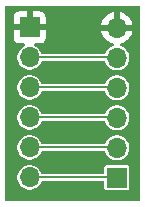
<source format=gbr>
%TF.GenerationSoftware,KiCad,Pcbnew,9.0.4-9.0.4-0~ubuntu22.04.1*%
%TF.CreationDate,2025-11-02T18:02:29+01:00*%
%TF.ProjectId,platine_sensor,706c6174-696e-4655-9f73-656e736f722e,rev?*%
%TF.SameCoordinates,Original*%
%TF.FileFunction,Copper,L2,Bot*%
%TF.FilePolarity,Positive*%
%FSLAX46Y46*%
G04 Gerber Fmt 4.6, Leading zero omitted, Abs format (unit mm)*
G04 Created by KiCad (PCBNEW 9.0.4-9.0.4-0~ubuntu22.04.1) date 2025-11-02 18:02:29*
%MOMM*%
%LPD*%
G01*
G04 APERTURE LIST*
%TA.AperFunction,ComponentPad*%
%ADD10R,1.700000X1.700000*%
%TD*%
%TA.AperFunction,ComponentPad*%
%ADD11O,1.700000X1.700000*%
%TD*%
%TA.AperFunction,Conductor*%
%ADD12C,0.200000*%
%TD*%
G04 APERTURE END LIST*
D10*
%TO.P,J2,1,Pin_1*%
%TO.N,Net-(J1-Pin_6)*%
X136000000Y-90540000D03*
D11*
%TO.P,J2,2,Pin_2*%
%TO.N,Net-(J1-Pin_5)*%
X136000000Y-88000000D03*
%TO.P,J2,3,Pin_3*%
%TO.N,Net-(J1-Pin_4)*%
X136000000Y-85460000D03*
%TO.P,J2,4,Pin_4*%
%TO.N,Net-(J1-Pin_3)*%
X136000000Y-82920000D03*
%TO.P,J2,5,Pin_5*%
%TO.N,Net-(J1-Pin_2)*%
X136000000Y-80380000D03*
%TO.P,J2,6,Pin_6*%
%TO.N,GND*%
X136000000Y-77840000D03*
%TD*%
D10*
%TO.P,J1,1,Pin_1*%
%TO.N,GND*%
X128615172Y-77814608D03*
D11*
%TO.P,J1,2,Pin_2*%
%TO.N,Net-(J1-Pin_2)*%
X128615172Y-80354608D03*
%TO.P,J1,3,Pin_3*%
%TO.N,Net-(J1-Pin_3)*%
X128615172Y-82894608D03*
%TO.P,J1,4,Pin_4*%
%TO.N,Net-(J1-Pin_4)*%
X128615172Y-85434608D03*
%TO.P,J1,5,Pin_5*%
%TO.N,Net-(J1-Pin_5)*%
X128615172Y-87974608D03*
%TO.P,J1,6,Pin_6*%
%TO.N,Net-(J1-Pin_6)*%
X128615172Y-90514608D03*
%TD*%
D12*
%TO.N,Net-(J1-Pin_6)*%
X128615172Y-90514608D02*
X135974608Y-90514608D01*
X135974608Y-90514608D02*
X136000000Y-90540000D01*
%TO.N,Net-(J1-Pin_5)*%
X128615172Y-87974608D02*
X135974608Y-87974608D01*
X135974608Y-87974608D02*
X136000000Y-88000000D01*
%TO.N,Net-(J1-Pin_4)*%
X128615172Y-85434608D02*
X135974608Y-85434608D01*
X135974608Y-85434608D02*
X136000000Y-85460000D01*
%TO.N,Net-(J1-Pin_3)*%
X128615172Y-82894608D02*
X135974608Y-82894608D01*
X135974608Y-82894608D02*
X136000000Y-82920000D01*
%TO.N,Net-(J1-Pin_2)*%
X128615172Y-80354608D02*
X135974608Y-80354608D01*
X135974608Y-80354608D02*
X136000000Y-80380000D01*
%TO.N,GND*%
X135974608Y-77814608D02*
X136000000Y-77840000D01*
%TD*%
%TA.AperFunction,Conductor*%
%TO.N,GND*%
G36*
X137942539Y-76020185D02*
G01*
X137988294Y-76072989D01*
X137999500Y-76124500D01*
X137999500Y-92375500D01*
X137979815Y-92442539D01*
X137927011Y-92488294D01*
X137875500Y-92499500D01*
X126624500Y-92499500D01*
X126557461Y-92479815D01*
X126511706Y-92427011D01*
X126500500Y-92375500D01*
X126500500Y-90411138D01*
X127564672Y-90411138D01*
X127564672Y-90618077D01*
X127605040Y-90821020D01*
X127605042Y-90821028D01*
X127684230Y-91012204D01*
X127799196Y-91184265D01*
X127945514Y-91330583D01*
X127945517Y-91330585D01*
X128117574Y-91445549D01*
X128308752Y-91524738D01*
X128511702Y-91565107D01*
X128511706Y-91565108D01*
X128511707Y-91565108D01*
X128718638Y-91565108D01*
X128718639Y-91565107D01*
X128921592Y-91524738D01*
X129112770Y-91445549D01*
X129284827Y-91330585D01*
X129431149Y-91184263D01*
X129546113Y-91012206D01*
X129596047Y-90891654D01*
X129639888Y-90837252D01*
X129706182Y-90815187D01*
X129710608Y-90815108D01*
X134825500Y-90815108D01*
X134892539Y-90834793D01*
X134938294Y-90887597D01*
X134949500Y-90939108D01*
X134949500Y-91409752D01*
X134961131Y-91468229D01*
X134961132Y-91468230D01*
X135005447Y-91534552D01*
X135071769Y-91578867D01*
X135071770Y-91578868D01*
X135130247Y-91590499D01*
X135130250Y-91590500D01*
X135130252Y-91590500D01*
X136869750Y-91590500D01*
X136869751Y-91590499D01*
X136884568Y-91587552D01*
X136928229Y-91578868D01*
X136928229Y-91578867D01*
X136928231Y-91578867D01*
X136994552Y-91534552D01*
X137038867Y-91468231D01*
X137038867Y-91468229D01*
X137038868Y-91468229D01*
X137050499Y-91409752D01*
X137050500Y-91409750D01*
X137050500Y-89670249D01*
X137050499Y-89670247D01*
X137038868Y-89611770D01*
X137038867Y-89611769D01*
X136994552Y-89545447D01*
X136928230Y-89501132D01*
X136928229Y-89501131D01*
X136869752Y-89489500D01*
X136869748Y-89489500D01*
X135130252Y-89489500D01*
X135130247Y-89489500D01*
X135071770Y-89501131D01*
X135071769Y-89501132D01*
X135005447Y-89545447D01*
X134961132Y-89611769D01*
X134961131Y-89611770D01*
X134949500Y-89670247D01*
X134949500Y-90090108D01*
X134929815Y-90157147D01*
X134877011Y-90202902D01*
X134825500Y-90214108D01*
X129710608Y-90214108D01*
X129643569Y-90194423D01*
X129597814Y-90141619D01*
X129596047Y-90137561D01*
X129546113Y-90017011D01*
X129546113Y-90017010D01*
X129431149Y-89844953D01*
X129431147Y-89844950D01*
X129284829Y-89698632D01*
X129154828Y-89611769D01*
X129112770Y-89583667D01*
X129020499Y-89545447D01*
X128921592Y-89504478D01*
X128921584Y-89504476D01*
X128718641Y-89464108D01*
X128718637Y-89464108D01*
X128511707Y-89464108D01*
X128511702Y-89464108D01*
X128308759Y-89504476D01*
X128308751Y-89504478D01*
X128117575Y-89583666D01*
X127945514Y-89698632D01*
X127799196Y-89844950D01*
X127684230Y-90017011D01*
X127605042Y-90208187D01*
X127605040Y-90208195D01*
X127564672Y-90411138D01*
X126500500Y-90411138D01*
X126500500Y-87871138D01*
X127564672Y-87871138D01*
X127564672Y-88078077D01*
X127603864Y-88275108D01*
X127605042Y-88281028D01*
X127684231Y-88472206D01*
X127741713Y-88558234D01*
X127799196Y-88644265D01*
X127945514Y-88790583D01*
X127945517Y-88790585D01*
X128117574Y-88905549D01*
X128308752Y-88984738D01*
X128511702Y-89025107D01*
X128511706Y-89025108D01*
X128511707Y-89025108D01*
X128718638Y-89025108D01*
X128718639Y-89025107D01*
X128921592Y-88984738D01*
X129112770Y-88905549D01*
X129284827Y-88790585D01*
X129431149Y-88644263D01*
X129546113Y-88472206D01*
X129596047Y-88351654D01*
X129639888Y-88297252D01*
X129706182Y-88275187D01*
X129710608Y-88275108D01*
X134894046Y-88275108D01*
X134961085Y-88294793D01*
X135006840Y-88347597D01*
X135008607Y-88351655D01*
X135069057Y-88497596D01*
X135184024Y-88669657D01*
X135330342Y-88815975D01*
X135330345Y-88815977D01*
X135502402Y-88930941D01*
X135693580Y-89010130D01*
X135896530Y-89050499D01*
X135896534Y-89050500D01*
X135896535Y-89050500D01*
X136103466Y-89050500D01*
X136103467Y-89050499D01*
X136306420Y-89010130D01*
X136497598Y-88930941D01*
X136669655Y-88815977D01*
X136815977Y-88669655D01*
X136930941Y-88497598D01*
X137010130Y-88306420D01*
X137050500Y-88103465D01*
X137050500Y-87896535D01*
X137010130Y-87693580D01*
X136930941Y-87502402D01*
X136815977Y-87330345D01*
X136815975Y-87330342D01*
X136669657Y-87184024D01*
X136583626Y-87126541D01*
X136497598Y-87069059D01*
X136436294Y-87043666D01*
X136306420Y-86989870D01*
X136306412Y-86989868D01*
X136103469Y-86949500D01*
X136103465Y-86949500D01*
X135896535Y-86949500D01*
X135896530Y-86949500D01*
X135693587Y-86989868D01*
X135693579Y-86989870D01*
X135502403Y-87069058D01*
X135330342Y-87184024D01*
X135184024Y-87330342D01*
X135069056Y-87502405D01*
X135029643Y-87597560D01*
X134985802Y-87651964D01*
X134919508Y-87674029D01*
X134915082Y-87674108D01*
X129710608Y-87674108D01*
X129643569Y-87654423D01*
X129597814Y-87601619D01*
X129596047Y-87597561D01*
X129556631Y-87502403D01*
X129546113Y-87477010D01*
X129431149Y-87304953D01*
X129431147Y-87304950D01*
X129284829Y-87158632D01*
X129150772Y-87069059D01*
X129112770Y-87043667D01*
X128921592Y-86964478D01*
X128921584Y-86964476D01*
X128718641Y-86924108D01*
X128718637Y-86924108D01*
X128511707Y-86924108D01*
X128511702Y-86924108D01*
X128308759Y-86964476D01*
X128308751Y-86964478D01*
X128117575Y-87043666D01*
X127945514Y-87158632D01*
X127799196Y-87304950D01*
X127684230Y-87477011D01*
X127605042Y-87668187D01*
X127605040Y-87668195D01*
X127564672Y-87871138D01*
X126500500Y-87871138D01*
X126500500Y-85331138D01*
X127564672Y-85331138D01*
X127564672Y-85538077D01*
X127603864Y-85735108D01*
X127605042Y-85741028D01*
X127684231Y-85932206D01*
X127741713Y-86018234D01*
X127799196Y-86104265D01*
X127945514Y-86250583D01*
X127945517Y-86250585D01*
X128117574Y-86365549D01*
X128308752Y-86444738D01*
X128511702Y-86485107D01*
X128511706Y-86485108D01*
X128511707Y-86485108D01*
X128718638Y-86485108D01*
X128718639Y-86485107D01*
X128921592Y-86444738D01*
X129112770Y-86365549D01*
X129284827Y-86250585D01*
X129431149Y-86104263D01*
X129546113Y-85932206D01*
X129596047Y-85811654D01*
X129639888Y-85757252D01*
X129706182Y-85735187D01*
X129710608Y-85735108D01*
X134894046Y-85735108D01*
X134961085Y-85754793D01*
X135006840Y-85807597D01*
X135008607Y-85811655D01*
X135069057Y-85957596D01*
X135184024Y-86129657D01*
X135330342Y-86275975D01*
X135330345Y-86275977D01*
X135502402Y-86390941D01*
X135693580Y-86470130D01*
X135896530Y-86510499D01*
X135896534Y-86510500D01*
X135896535Y-86510500D01*
X136103466Y-86510500D01*
X136103467Y-86510499D01*
X136306420Y-86470130D01*
X136497598Y-86390941D01*
X136669655Y-86275977D01*
X136815977Y-86129655D01*
X136930941Y-85957598D01*
X137010130Y-85766420D01*
X137050500Y-85563465D01*
X137050500Y-85356535D01*
X137010130Y-85153580D01*
X136930941Y-84962402D01*
X136815977Y-84790345D01*
X136815975Y-84790342D01*
X136669657Y-84644024D01*
X136583626Y-84586541D01*
X136497598Y-84529059D01*
X136436294Y-84503666D01*
X136306420Y-84449870D01*
X136306412Y-84449868D01*
X136103469Y-84409500D01*
X136103465Y-84409500D01*
X135896535Y-84409500D01*
X135896530Y-84409500D01*
X135693587Y-84449868D01*
X135693579Y-84449870D01*
X135502403Y-84529058D01*
X135330342Y-84644024D01*
X135184024Y-84790342D01*
X135069056Y-84962405D01*
X135029643Y-85057560D01*
X134985802Y-85111964D01*
X134919508Y-85134029D01*
X134915082Y-85134108D01*
X129710608Y-85134108D01*
X129643569Y-85114423D01*
X129597814Y-85061619D01*
X129596047Y-85057561D01*
X129556631Y-84962403D01*
X129546113Y-84937010D01*
X129431149Y-84764953D01*
X129431147Y-84764950D01*
X129284829Y-84618632D01*
X129150772Y-84529059D01*
X129112770Y-84503667D01*
X128921592Y-84424478D01*
X128921584Y-84424476D01*
X128718641Y-84384108D01*
X128718637Y-84384108D01*
X128511707Y-84384108D01*
X128511702Y-84384108D01*
X128308759Y-84424476D01*
X128308751Y-84424478D01*
X128117575Y-84503666D01*
X127945514Y-84618632D01*
X127799196Y-84764950D01*
X127684230Y-84937011D01*
X127605042Y-85128187D01*
X127605040Y-85128195D01*
X127564672Y-85331138D01*
X126500500Y-85331138D01*
X126500500Y-82791138D01*
X127564672Y-82791138D01*
X127564672Y-82998077D01*
X127603864Y-83195108D01*
X127605042Y-83201028D01*
X127684231Y-83392206D01*
X127741713Y-83478234D01*
X127799196Y-83564265D01*
X127945514Y-83710583D01*
X127945517Y-83710585D01*
X128117574Y-83825549D01*
X128308752Y-83904738D01*
X128511702Y-83945107D01*
X128511706Y-83945108D01*
X128511707Y-83945108D01*
X128718638Y-83945108D01*
X128718639Y-83945107D01*
X128921592Y-83904738D01*
X129112770Y-83825549D01*
X129284827Y-83710585D01*
X129431149Y-83564263D01*
X129546113Y-83392206D01*
X129596047Y-83271654D01*
X129639888Y-83217252D01*
X129706182Y-83195187D01*
X129710608Y-83195108D01*
X134894046Y-83195108D01*
X134961085Y-83214793D01*
X135006840Y-83267597D01*
X135008607Y-83271655D01*
X135069057Y-83417596D01*
X135184024Y-83589657D01*
X135330342Y-83735975D01*
X135330345Y-83735977D01*
X135502402Y-83850941D01*
X135693580Y-83930130D01*
X135896530Y-83970499D01*
X135896534Y-83970500D01*
X135896535Y-83970500D01*
X136103466Y-83970500D01*
X136103467Y-83970499D01*
X136306420Y-83930130D01*
X136497598Y-83850941D01*
X136669655Y-83735977D01*
X136815977Y-83589655D01*
X136930941Y-83417598D01*
X137010130Y-83226420D01*
X137050500Y-83023465D01*
X137050500Y-82816535D01*
X137010130Y-82613580D01*
X136930941Y-82422402D01*
X136815977Y-82250345D01*
X136815975Y-82250342D01*
X136669657Y-82104024D01*
X136583626Y-82046541D01*
X136497598Y-81989059D01*
X136436294Y-81963666D01*
X136306420Y-81909870D01*
X136306412Y-81909868D01*
X136103469Y-81869500D01*
X136103465Y-81869500D01*
X135896535Y-81869500D01*
X135896530Y-81869500D01*
X135693587Y-81909868D01*
X135693579Y-81909870D01*
X135502403Y-81989058D01*
X135330342Y-82104024D01*
X135184024Y-82250342D01*
X135069056Y-82422405D01*
X135029643Y-82517560D01*
X134985802Y-82571964D01*
X134919508Y-82594029D01*
X134915082Y-82594108D01*
X129710608Y-82594108D01*
X129643569Y-82574423D01*
X129597814Y-82521619D01*
X129596047Y-82517561D01*
X129556631Y-82422403D01*
X129546113Y-82397010D01*
X129431149Y-82224953D01*
X129431147Y-82224950D01*
X129284829Y-82078632D01*
X129150772Y-81989059D01*
X129112770Y-81963667D01*
X128921592Y-81884478D01*
X128921584Y-81884476D01*
X128718641Y-81844108D01*
X128718637Y-81844108D01*
X128511707Y-81844108D01*
X128511702Y-81844108D01*
X128308759Y-81884476D01*
X128308751Y-81884478D01*
X128117575Y-81963666D01*
X127945514Y-82078632D01*
X127799196Y-82224950D01*
X127684230Y-82397011D01*
X127605042Y-82588187D01*
X127605040Y-82588195D01*
X127564672Y-82791138D01*
X126500500Y-82791138D01*
X126500500Y-76916763D01*
X127265172Y-76916763D01*
X127265172Y-77564608D01*
X128182160Y-77564608D01*
X128149247Y-77621615D01*
X128115172Y-77748782D01*
X128115172Y-77880434D01*
X128149247Y-78007601D01*
X128182160Y-78064608D01*
X127265172Y-78064608D01*
X127265172Y-78712452D01*
X127271573Y-78771980D01*
X127271575Y-78771987D01*
X127321817Y-78906694D01*
X127321821Y-78906701D01*
X127407981Y-79021795D01*
X127407984Y-79021798D01*
X127523078Y-79107958D01*
X127523085Y-79107962D01*
X127657792Y-79158204D01*
X127657799Y-79158206D01*
X127717327Y-79164607D01*
X127717344Y-79164608D01*
X128119607Y-79164608D01*
X128186646Y-79184293D01*
X128232401Y-79237097D01*
X128242345Y-79306255D01*
X128213320Y-79369811D01*
X128167060Y-79403169D01*
X128117575Y-79423666D01*
X127945514Y-79538632D01*
X127799196Y-79684950D01*
X127684230Y-79857011D01*
X127605042Y-80048187D01*
X127605040Y-80048195D01*
X127564672Y-80251138D01*
X127564672Y-80458077D01*
X127603864Y-80655108D01*
X127605042Y-80661028D01*
X127684231Y-80852206D01*
X127741713Y-80938234D01*
X127799196Y-81024265D01*
X127945514Y-81170583D01*
X127945517Y-81170585D01*
X128117574Y-81285549D01*
X128308752Y-81364738D01*
X128511702Y-81405107D01*
X128511706Y-81405108D01*
X128511707Y-81405108D01*
X128718638Y-81405108D01*
X128718639Y-81405107D01*
X128921592Y-81364738D01*
X129112770Y-81285549D01*
X129284827Y-81170585D01*
X129431149Y-81024263D01*
X129546113Y-80852206D01*
X129596047Y-80731654D01*
X129639888Y-80677252D01*
X129706182Y-80655187D01*
X129710608Y-80655108D01*
X134894046Y-80655108D01*
X134961085Y-80674793D01*
X135006840Y-80727597D01*
X135008607Y-80731655D01*
X135069057Y-80877596D01*
X135184024Y-81049657D01*
X135330342Y-81195975D01*
X135330345Y-81195977D01*
X135502402Y-81310941D01*
X135693580Y-81390130D01*
X135896530Y-81430499D01*
X135896534Y-81430500D01*
X135896535Y-81430500D01*
X136103466Y-81430500D01*
X136103467Y-81430499D01*
X136306420Y-81390130D01*
X136497598Y-81310941D01*
X136669655Y-81195977D01*
X136815977Y-81049655D01*
X136930941Y-80877598D01*
X137010130Y-80686420D01*
X137050500Y-80483465D01*
X137050500Y-80276535D01*
X137010130Y-80073580D01*
X136930941Y-79882402D01*
X136815977Y-79710345D01*
X136815975Y-79710342D01*
X136669657Y-79564024D01*
X136583626Y-79506541D01*
X136497598Y-79449059D01*
X136497593Y-79449057D01*
X136386810Y-79403169D01*
X136332890Y-79380834D01*
X136278488Y-79336994D01*
X136256423Y-79270700D01*
X136273702Y-79203001D01*
X136324839Y-79155390D01*
X136342026Y-79148343D01*
X136518217Y-79091095D01*
X136707557Y-78994620D01*
X136879459Y-78869727D01*
X136879464Y-78869723D01*
X137029723Y-78719464D01*
X137029727Y-78719459D01*
X137154620Y-78547557D01*
X137251095Y-78358217D01*
X137316757Y-78156129D01*
X137316757Y-78156126D01*
X137327231Y-78090000D01*
X136433012Y-78090000D01*
X136465925Y-78032993D01*
X136500000Y-77905826D01*
X136500000Y-77774174D01*
X136465925Y-77647007D01*
X136433012Y-77590000D01*
X137327231Y-77590000D01*
X137316757Y-77523873D01*
X137316757Y-77523870D01*
X137251095Y-77321782D01*
X137154620Y-77132442D01*
X137029727Y-76960540D01*
X137029723Y-76960535D01*
X136879464Y-76810276D01*
X136879459Y-76810272D01*
X136707557Y-76685379D01*
X136518215Y-76588903D01*
X136316124Y-76523241D01*
X136250000Y-76512768D01*
X136250000Y-77406988D01*
X136192993Y-77374075D01*
X136065826Y-77340000D01*
X135934174Y-77340000D01*
X135807007Y-77374075D01*
X135750000Y-77406988D01*
X135750000Y-76512768D01*
X135749999Y-76512768D01*
X135683875Y-76523241D01*
X135481784Y-76588903D01*
X135292442Y-76685379D01*
X135120540Y-76810272D01*
X135120535Y-76810276D01*
X134970276Y-76960535D01*
X134970272Y-76960540D01*
X134845379Y-77132442D01*
X134748904Y-77321782D01*
X134683242Y-77523870D01*
X134683242Y-77523873D01*
X134672769Y-77590000D01*
X135566988Y-77590000D01*
X135534075Y-77647007D01*
X135500000Y-77774174D01*
X135500000Y-77905826D01*
X135534075Y-78032993D01*
X135566988Y-78090000D01*
X134672769Y-78090000D01*
X134683242Y-78156126D01*
X134683242Y-78156129D01*
X134748904Y-78358217D01*
X134845379Y-78547557D01*
X134970272Y-78719459D01*
X134970276Y-78719464D01*
X135120535Y-78869723D01*
X135120540Y-78869727D01*
X135292442Y-78994620D01*
X135481782Y-79091095D01*
X135657973Y-79148343D01*
X135715648Y-79187780D01*
X135742847Y-79252139D01*
X135730932Y-79320985D01*
X135683688Y-79372461D01*
X135667108Y-79380835D01*
X135502403Y-79449057D01*
X135330342Y-79564024D01*
X135184024Y-79710342D01*
X135069056Y-79882405D01*
X135029643Y-79977560D01*
X134985802Y-80031964D01*
X134919508Y-80054029D01*
X134915082Y-80054108D01*
X129710608Y-80054108D01*
X129643569Y-80034423D01*
X129597814Y-79981619D01*
X129596047Y-79977561D01*
X129556631Y-79882403D01*
X129546113Y-79857010D01*
X129431149Y-79684953D01*
X129431147Y-79684950D01*
X129284829Y-79538632D01*
X129150772Y-79449059D01*
X129112770Y-79423667D01*
X129063284Y-79403169D01*
X129008881Y-79359328D01*
X128986816Y-79293034D01*
X129004095Y-79225334D01*
X129055233Y-79177724D01*
X129110737Y-79164608D01*
X129513000Y-79164608D01*
X129513016Y-79164607D01*
X129572544Y-79158206D01*
X129572551Y-79158204D01*
X129707258Y-79107962D01*
X129707265Y-79107958D01*
X129822359Y-79021798D01*
X129822362Y-79021795D01*
X129908522Y-78906701D01*
X129908526Y-78906694D01*
X129958768Y-78771987D01*
X129958770Y-78771980D01*
X129965171Y-78712452D01*
X129965172Y-78712435D01*
X129965172Y-78064608D01*
X129048184Y-78064608D01*
X129081097Y-78007601D01*
X129115172Y-77880434D01*
X129115172Y-77748782D01*
X129081097Y-77621615D01*
X129048184Y-77564608D01*
X129965172Y-77564608D01*
X129965172Y-76916780D01*
X129965171Y-76916763D01*
X129958770Y-76857235D01*
X129958768Y-76857228D01*
X129908526Y-76722521D01*
X129908522Y-76722514D01*
X129822362Y-76607420D01*
X129822359Y-76607417D01*
X129707265Y-76521257D01*
X129707258Y-76521253D01*
X129572551Y-76471011D01*
X129572544Y-76471009D01*
X129513016Y-76464608D01*
X128865172Y-76464608D01*
X128865172Y-77381596D01*
X128808165Y-77348683D01*
X128680998Y-77314608D01*
X128549346Y-77314608D01*
X128422179Y-77348683D01*
X128365172Y-77381596D01*
X128365172Y-76464608D01*
X127717327Y-76464608D01*
X127657799Y-76471009D01*
X127657792Y-76471011D01*
X127523085Y-76521253D01*
X127523078Y-76521257D01*
X127407984Y-76607417D01*
X127407981Y-76607420D01*
X127321821Y-76722514D01*
X127321817Y-76722521D01*
X127271575Y-76857228D01*
X127271573Y-76857235D01*
X127265172Y-76916763D01*
X126500500Y-76916763D01*
X126500500Y-76124500D01*
X126520185Y-76057461D01*
X126572989Y-76011706D01*
X126624500Y-76000500D01*
X137875500Y-76000500D01*
X137942539Y-76020185D01*
G37*
%TD.AperFunction*%
%TD*%
M02*

</source>
